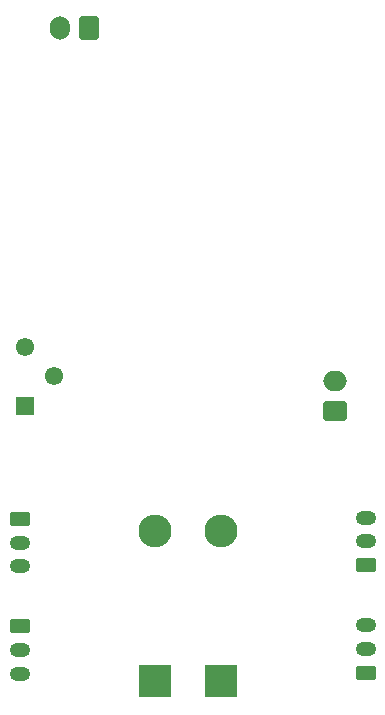
<source format=gbr>
%TF.GenerationSoftware,KiCad,Pcbnew,9.0.0-rc1*%
%TF.CreationDate,2025-10-12T14:16:47+03:00*%
%TF.ProjectId,uvp,7576702e-6b69-4636-9164-5f7063625858,rev?*%
%TF.SameCoordinates,Original*%
%TF.FileFunction,Soldermask,Bot*%
%TF.FilePolarity,Negative*%
%FSLAX46Y46*%
G04 Gerber Fmt 4.6, Leading zero omitted, Abs format (unit mm)*
G04 Created by KiCad (PCBNEW 9.0.0-rc1) date 2025-10-12 14:16:47*
%MOMM*%
%LPD*%
G01*
G04 APERTURE LIST*
G04 Aperture macros list*
%AMRoundRect*
0 Rectangle with rounded corners*
0 $1 Rounding radius*
0 $2 $3 $4 $5 $6 $7 $8 $9 X,Y pos of 4 corners*
0 Add a 4 corners polygon primitive as box body*
4,1,4,$2,$3,$4,$5,$6,$7,$8,$9,$2,$3,0*
0 Add four circle primitives for the rounded corners*
1,1,$1+$1,$2,$3*
1,1,$1+$1,$4,$5*
1,1,$1+$1,$6,$7*
1,1,$1+$1,$8,$9*
0 Add four rect primitives between the rounded corners*
20,1,$1+$1,$2,$3,$4,$5,0*
20,1,$1+$1,$4,$5,$6,$7,0*
20,1,$1+$1,$6,$7,$8,$9,0*
20,1,$1+$1,$8,$9,$2,$3,0*%
G04 Aperture macros list end*
%ADD10O,1.750000X1.200000*%
%ADD11RoundRect,0.250000X0.625000X-0.350000X0.625000X0.350000X-0.625000X0.350000X-0.625000X-0.350000X0*%
%ADD12RoundRect,0.250000X-0.625000X0.350000X-0.625000X-0.350000X0.625000X-0.350000X0.625000X0.350000X0*%
%ADD13RoundRect,0.250000X0.750000X-0.600000X0.750000X0.600000X-0.750000X0.600000X-0.750000X-0.600000X0*%
%ADD14O,2.000000X1.700000*%
%ADD15RoundRect,0.250000X0.600000X0.750000X-0.600000X0.750000X-0.600000X-0.750000X0.600000X-0.750000X0*%
%ADD16O,1.700000X2.000000*%
%ADD17C,1.550000*%
%ADD18R,1.550000X1.550000*%
%ADD19O,2.800000X2.800000*%
%ADD20R,2.800000X2.800000*%
G04 APERTURE END LIST*
D10*
%TO.C,IN2*%
X64650000Y-79000000D03*
X64650000Y-81000000D03*
D11*
X64650000Y-83000000D03*
%TD*%
D10*
%TO.C,IN4*%
X35350000Y-83100000D03*
X35350000Y-81100000D03*
D12*
X35350000Y-79100000D03*
%TD*%
D10*
%TO.C,IN1*%
X64650000Y-88100000D03*
X64650000Y-90100000D03*
D11*
X64650000Y-92100000D03*
%TD*%
D12*
%TO.C,IN3*%
X35350000Y-88200000D03*
D10*
X35350000Y-90200000D03*
X35350000Y-92200000D03*
%TD*%
D13*
%TO.C,J2*%
X62050000Y-69950000D03*
D14*
X62050000Y-67450000D03*
%TD*%
D15*
%TO.C,J1*%
X41250000Y-37550000D03*
D16*
X38750000Y-37550000D03*
%TD*%
D17*
%TO.C,RV1*%
X35775000Y-64525000D03*
X38275000Y-67025000D03*
D18*
X35775000Y-69525000D03*
%TD*%
D19*
%TO.C,D2*%
X46800000Y-80150000D03*
D20*
X46800000Y-92850000D03*
%TD*%
D19*
%TO.C,D1*%
X52400000Y-80150000D03*
D20*
X52400000Y-92850000D03*
%TD*%
M02*

</source>
